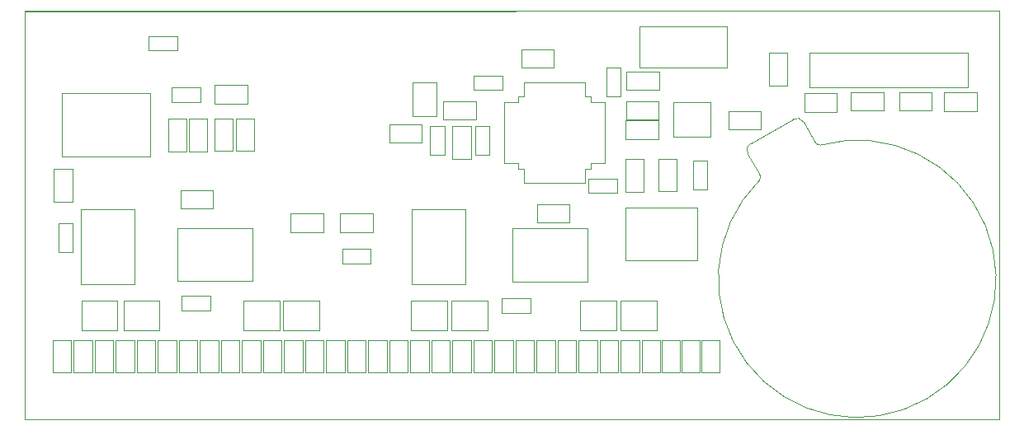
<source format=gbr>
%TF.GenerationSoftware,KiCad,Pcbnew,(5.1.7)-1*%
%TF.CreationDate,2020-10-28T13:08:51+04:00*%
%TF.ProjectId,stm32-home-light,73746d33-322d-4686-9f6d-652d6c696768,rev?*%
%TF.SameCoordinates,Original*%
%TF.FileFunction,Other,User*%
%FSLAX46Y46*%
G04 Gerber Fmt 4.6, Leading zero omitted, Abs format (unit mm)*
G04 Created by KiCad (PCBNEW (5.1.7)-1) date 2020-10-28 13:08:51*
%MOMM*%
%LPD*%
G01*
G04 APERTURE LIST*
%TA.AperFunction,Profile*%
%ADD10C,0.100000*%
%TD*%
%ADD11C,0.050000*%
G04 APERTURE END LIST*
D10*
X229760000Y227500000D02*
X229760000Y185500000D01*
X129760000Y227410000D02*
X229760000Y227500000D01*
X129760000Y185500000D02*
X129760000Y227410000D01*
X229760000Y185500000D02*
X129760000Y185500000D01*
X129760000Y185500000D02*
X129760000Y227500000D01*
X129760000Y227500000D02*
X229760000Y227500000D01*
D11*
%TO.C,J3*%
X192798600Y225882400D02*
X192798600Y221622400D01*
X201798600Y225882400D02*
X192798600Y225882400D01*
X201798600Y221622400D02*
X192798600Y221622400D01*
X201798600Y225882400D02*
X201798600Y221622400D01*
%TO.C,J2*%
X226480600Y219590200D02*
X210230600Y219590200D01*
X226480600Y223140200D02*
X226480600Y219590200D01*
X210230600Y223140200D02*
X226480600Y223140200D01*
X210230600Y219590200D02*
X210230600Y223140200D01*
%TO.C,R28*%
X208002200Y223146400D02*
X208002200Y219786400D01*
X206102200Y223146400D02*
X208002200Y223146400D01*
X206102200Y219786400D02*
X206102200Y223146400D01*
X208002200Y219786400D02*
X206102200Y219786400D01*
%TO.C,BT1*%
X203952116Y212749038D02*
X205177116Y210627276D01*
X210892884Y213927276D02*
X209667884Y216049038D01*
X208575064Y216341858D02*
X204244936Y213841858D01*
X203952116Y212749038D02*
G75*
G02*
X204244936Y213841858I692820J400000D01*
G01*
X211412721Y213684872D02*
G75*
G02*
X210892884Y213927276I-86824J492404D01*
G01*
X222257837Y187577417D02*
G75*
G03*
X211382691Y213678904I-7097837J12358997D01*
G01*
X222314287Y187610008D02*
G75*
G02*
X205147309Y210078904I-7154287J12326406D01*
G01*
X205127125Y210055882D02*
G75*
G03*
X205177116Y210627276I-383022J321394D01*
G01*
X209667884Y216049038D02*
G75*
G03*
X208575064Y216341858I-692820J-400000D01*
G01*
%TO.C,SW1*%
X142591200Y219001400D02*
X142591200Y212501400D01*
X133591200Y219001400D02*
X142591200Y219001400D01*
X133591200Y212501400D02*
X133591200Y219001400D01*
X142591200Y212501400D02*
X133591200Y212501400D01*
%TO.C,R36*%
X191505700Y221222600D02*
X194865700Y221222600D01*
X191505700Y219322600D02*
X191505700Y221222600D01*
X194865700Y219322600D02*
X191505700Y219322600D01*
X194865700Y221222600D02*
X194865700Y219322600D01*
%TO.C,R35*%
X153316000Y216438900D02*
X153316000Y213078900D01*
X151416000Y216438900D02*
X153316000Y216438900D01*
X151416000Y213078900D02*
X151416000Y216438900D01*
X153316000Y213078900D02*
X151416000Y213078900D01*
%TO.C,R32*%
X205302500Y215300000D02*
X201942500Y215300000D01*
X205302500Y217200000D02*
X205302500Y215300000D01*
X201942500Y217200000D02*
X205302500Y217200000D01*
X201942500Y215300000D02*
X201942500Y217200000D01*
%TO.C,R31*%
X185645500Y205708200D02*
X182285500Y205708200D01*
X185645500Y207608200D02*
X185645500Y205708200D01*
X182285500Y207608200D02*
X185645500Y207608200D01*
X182285500Y205708200D02*
X182285500Y207608200D01*
%TO.C,R30*%
X222831100Y217214400D02*
X219471100Y217214400D01*
X222831100Y219114400D02*
X222831100Y217214400D01*
X219471100Y219114400D02*
X222831100Y219114400D01*
X219471100Y217214400D02*
X219471100Y219114400D01*
%TO.C,R29*%
X217850800Y217214400D02*
X214490800Y217214400D01*
X217850800Y219114400D02*
X217850800Y217214400D01*
X214490800Y219114400D02*
X217850800Y219114400D01*
X214490800Y217214400D02*
X214490800Y219114400D01*
%TO.C,R13*%
X149242500Y219850000D02*
X152602500Y219850000D01*
X149242500Y217950000D02*
X149242500Y219850000D01*
X152602500Y217950000D02*
X149242500Y217950000D01*
X152602500Y219850000D02*
X152602500Y217950000D01*
%TO.C,R12*%
X134647000Y211206500D02*
X134647000Y207846500D01*
X132747000Y211206500D02*
X134647000Y211206500D01*
X132747000Y207846500D02*
X132747000Y211206500D01*
X134647000Y207846500D02*
X132747000Y207846500D01*
%TO.C,R8*%
X213075600Y217112800D02*
X209715600Y217112800D01*
X213075600Y219012800D02*
X213075600Y217112800D01*
X209715600Y219012800D02*
X213075600Y219012800D01*
X209715600Y217112800D02*
X209715600Y219012800D01*
%TO.C,R6*%
X227450100Y217189000D02*
X224090100Y217189000D01*
X227450100Y219089000D02*
X227450100Y217189000D01*
X224090100Y219089000D02*
X227450100Y219089000D01*
X224090100Y217189000D02*
X224090100Y219089000D01*
%TO.C,R5*%
X170507100Y213912400D02*
X167147100Y213912400D01*
X170507100Y215812400D02*
X170507100Y213912400D01*
X167147100Y215812400D02*
X170507100Y215812400D01*
X167147100Y213912400D02*
X167147100Y215812400D01*
%TO.C,R4*%
X184041500Y221634000D02*
X180681500Y221634000D01*
X184041500Y223534000D02*
X184041500Y221634000D01*
X180681500Y223534000D02*
X184041500Y223534000D01*
X180681500Y221634000D02*
X180681500Y223534000D01*
%TO.C,R3*%
X173615600Y212269900D02*
X173615600Y215629900D01*
X175515600Y212269900D02*
X173615600Y212269900D01*
X175515600Y215629900D02*
X175515600Y212269900D01*
X173615600Y215629900D02*
X175515600Y215629900D01*
%TO.C,R1*%
X151106200Y216438900D02*
X151106200Y213078900D01*
X149206200Y216438900D02*
X151106200Y216438900D01*
X149206200Y213078900D02*
X149206200Y216438900D01*
X151106200Y213078900D02*
X149206200Y213078900D01*
%TO.C,D3*%
X146381800Y216413100D02*
X146381800Y213053100D01*
X144481800Y216413100D02*
X146381800Y216413100D01*
X144481800Y213053100D02*
X144481800Y216413100D01*
X146381800Y213053100D02*
X144481800Y213053100D01*
%TO.C,D1*%
X148464600Y216413100D02*
X148464600Y213053100D01*
X146564600Y216413100D02*
X148464600Y216413100D01*
X146564600Y213053100D02*
X146564600Y216413100D01*
X148464600Y213053100D02*
X146564600Y213053100D01*
%TO.C,C7*%
X147815000Y218120000D02*
X144855000Y218120000D01*
X147815000Y219580000D02*
X147815000Y218120000D01*
X144855000Y219580000D02*
X147815000Y219580000D01*
X144855000Y218120000D02*
X144855000Y219580000D01*
%TO.C,C6*%
X142430000Y224855000D02*
X145390000Y224855000D01*
X142430000Y223395000D02*
X142430000Y224855000D01*
X145390000Y223395000D02*
X142430000Y223395000D01*
X145390000Y224855000D02*
X145390000Y223395000D01*
%TO.C,C1*%
X171346400Y212658200D02*
X171346400Y215618200D01*
X172806400Y212658200D02*
X171346400Y212658200D01*
X172806400Y215618200D02*
X172806400Y212658200D01*
X171346400Y215618200D02*
X172806400Y215618200D01*
%TO.C,Y1*%
X169555600Y220143000D02*
X171955600Y220143000D01*
X171955600Y216643000D02*
X169555600Y216643000D01*
X171955600Y220143000D02*
X171955600Y216643000D01*
X169555600Y216643000D02*
X169555600Y220143000D01*
%TO.C,R7*%
X176044300Y216300000D02*
X172684300Y216300000D01*
X176044300Y218200000D02*
X176044300Y216300000D01*
X172684300Y218200000D02*
X176044300Y218200000D01*
X172684300Y216300000D02*
X172684300Y218200000D01*
%TO.C,C5*%
X189405800Y218691000D02*
X189405800Y221651000D01*
X190865800Y218691000D02*
X189405800Y218691000D01*
X190865800Y221651000D02*
X190865800Y218691000D01*
X189405800Y221651000D02*
X190865800Y221651000D01*
%TO.C,C4*%
X187614400Y210207600D02*
X190574400Y210207600D01*
X187614400Y208747600D02*
X187614400Y210207600D01*
X190574400Y208747600D02*
X187614400Y208747600D01*
X190574400Y210207600D02*
X190574400Y208747600D01*
%TO.C,C3*%
X175841200Y220824800D02*
X178801200Y220824800D01*
X175841200Y219364800D02*
X175841200Y220824800D01*
X178801200Y219364800D02*
X175841200Y219364800D01*
X178801200Y220824800D02*
X178801200Y219364800D01*
%TO.C,C2*%
X177454600Y215669000D02*
X177454600Y212709000D01*
X175994600Y215669000D02*
X177454600Y215669000D01*
X175994600Y212709000D02*
X175994600Y215669000D01*
X177454600Y212709000D02*
X175994600Y212709000D01*
%TO.C,U4*%
X198774600Y207224600D02*
X191374600Y207224600D01*
X198774600Y201824600D02*
X198774600Y207224600D01*
X191374600Y201824600D02*
X198774600Y201824600D01*
X191374600Y207224600D02*
X191374600Y201824600D01*
%TO.C,R34*%
X194773800Y208917100D02*
X194773800Y212277100D01*
X196673800Y208917100D02*
X194773800Y208917100D01*
X196673800Y212277100D02*
X196673800Y208917100D01*
X194773800Y212277100D02*
X196673800Y212277100D01*
%TO.C,R33*%
X191370200Y208891700D02*
X191370200Y212251700D01*
X193270200Y208891700D02*
X191370200Y208891700D01*
X193270200Y212251700D02*
X193270200Y208891700D01*
X191370200Y212251700D02*
X193270200Y212251700D01*
%TO.C,C12*%
X198321200Y209115200D02*
X198321200Y212075200D01*
X199781200Y209115200D02*
X198321200Y209115200D01*
X199781200Y212075200D02*
X199781200Y209115200D01*
X198321200Y212075200D02*
X199781200Y212075200D01*
%TO.C,U5*%
X200070000Y214525400D02*
X200070000Y218125400D01*
X200070000Y218125400D02*
X196270000Y218125400D01*
X196270000Y218125400D02*
X196270000Y214525400D01*
X196270000Y214525400D02*
X200070000Y214525400D01*
%TO.C,R38*%
X194785700Y214293400D02*
X191425700Y214293400D01*
X194785700Y216193400D02*
X194785700Y214293400D01*
X191425700Y216193400D02*
X194785700Y216193400D01*
X191425700Y214293400D02*
X191425700Y216193400D01*
%TO.C,R37*%
X194789500Y216300000D02*
X191429500Y216300000D01*
X194789500Y218200000D02*
X194789500Y216300000D01*
X191429500Y218200000D02*
X194789500Y218200000D01*
X191429500Y216300000D02*
X191429500Y218200000D01*
%TO.C,RN1*%
X139249000Y197707000D02*
X139249000Y194607000D01*
X139249000Y197707000D02*
X135549000Y197707000D01*
X135549000Y194607000D02*
X139249000Y194607000D01*
X135549000Y194607000D02*
X135549000Y197707000D01*
%TO.C,RN2*%
X143567000Y197707000D02*
X143567000Y194607000D01*
X143567000Y197707000D02*
X139867000Y197707000D01*
X139867000Y194607000D02*
X143567000Y194607000D01*
X139867000Y194607000D02*
X139867000Y197707000D01*
%TO.C,RN3*%
X155867000Y197707000D02*
X155867000Y194607000D01*
X155867000Y197707000D02*
X152167000Y197707000D01*
X152167000Y194607000D02*
X155867000Y194607000D01*
X152167000Y194607000D02*
X152167000Y197707000D01*
%TO.C,RN4*%
X159988000Y197707000D02*
X159988000Y194607000D01*
X159988000Y197707000D02*
X156288000Y197707000D01*
X156288000Y194607000D02*
X159988000Y194607000D01*
X156288000Y194607000D02*
X156288000Y197707000D01*
%TO.C,RN5*%
X173069000Y197707000D02*
X173069000Y194607000D01*
X173069000Y197707000D02*
X169369000Y197707000D01*
X169369000Y194607000D02*
X173069000Y194607000D01*
X169369000Y194607000D02*
X169369000Y197707000D01*
%TO.C,RN6*%
X177260000Y197707000D02*
X177260000Y194607000D01*
X177260000Y197707000D02*
X173560000Y197707000D01*
X173560000Y194607000D02*
X177260000Y194607000D01*
X173560000Y194607000D02*
X173560000Y197707000D01*
%TO.C,RN7*%
X190411000Y197718000D02*
X190411000Y194618000D01*
X190411000Y197718000D02*
X186711000Y197718000D01*
X186711000Y194618000D02*
X190411000Y194618000D01*
X186711000Y194618000D02*
X186711000Y197718000D01*
%TO.C,RN8*%
X194602000Y197718000D02*
X194602000Y194618000D01*
X194602000Y197718000D02*
X190902000Y197718000D01*
X190902000Y194618000D02*
X194602000Y194618000D01*
X190902000Y194618000D02*
X190902000Y197718000D01*
%TO.C,R11*%
X160396000Y204743000D02*
X157036000Y204743000D01*
X160396000Y206643000D02*
X160396000Y204743000D01*
X157036000Y206643000D02*
X160396000Y206643000D01*
X157036000Y204743000D02*
X157036000Y206643000D01*
%TO.C,R10*%
X165476000Y204743000D02*
X162116000Y204743000D01*
X165476000Y206643000D02*
X165476000Y204743000D01*
X162116000Y206643000D02*
X165476000Y206643000D01*
X162116000Y204743000D02*
X162116000Y206643000D01*
%TO.C,R9*%
X145709500Y209056000D02*
X149069500Y209056000D01*
X145709500Y207156000D02*
X145709500Y209056000D01*
X149069500Y207156000D02*
X145709500Y207156000D01*
X149069500Y209056000D02*
X149069500Y207156000D01*
%TO.C,C11*%
X181646000Y196454000D02*
X178686000Y196454000D01*
X181646000Y197914000D02*
X181646000Y196454000D01*
X178686000Y197914000D02*
X181646000Y197914000D01*
X178686000Y196454000D02*
X178686000Y197914000D01*
%TO.C,C10*%
X165263000Y201534000D02*
X162303000Y201534000D01*
X165263000Y202994000D02*
X165263000Y201534000D01*
X162303000Y202994000D02*
X165263000Y202994000D01*
X162303000Y201534000D02*
X162303000Y202994000D01*
%TO.C,C9*%
X148766000Y196708000D02*
X145806000Y196708000D01*
X148766000Y198168000D02*
X148766000Y196708000D01*
X145806000Y198168000D02*
X148766000Y198168000D01*
X145806000Y196708000D02*
X145806000Y198168000D01*
%TO.C,C8*%
X134681000Y205662000D02*
X134681000Y202702000D01*
X133221000Y205662000D02*
X134681000Y205662000D01*
X133221000Y202702000D02*
X133221000Y205662000D01*
X134681000Y202702000D02*
X133221000Y202702000D01*
%TO.C,U7*%
X179826500Y199667000D02*
X187526500Y199667000D01*
X179826500Y205167000D02*
X179826500Y199667000D01*
X187526500Y205167000D02*
X179826500Y205167000D01*
X187526500Y199667000D02*
X187526500Y205167000D01*
%TO.C,U6*%
X169454000Y207061500D02*
X169454000Y199361500D01*
X174954000Y207061500D02*
X169454000Y207061500D01*
X174954000Y199361500D02*
X174954000Y207061500D01*
X169454000Y199361500D02*
X174954000Y199361500D01*
%TO.C,U3*%
X145409500Y199682000D02*
X153109500Y199682000D01*
X145409500Y205182000D02*
X145409500Y199682000D01*
X153109500Y205182000D02*
X145409500Y205182000D01*
X153109500Y199682000D02*
X153109500Y205182000D01*
%TO.C,U2*%
X135519000Y207071500D02*
X135519000Y199371500D01*
X141019000Y207071500D02*
X135519000Y207071500D01*
X141019000Y199371500D02*
X141019000Y207071500D01*
X135519000Y199371500D02*
X141019000Y199371500D01*
%TO.C,U1*%
X189266000Y211814000D02*
X189266000Y214964000D01*
X187866000Y211814000D02*
X189266000Y211814000D01*
X187866000Y211214000D02*
X187866000Y211814000D01*
X187266000Y211214000D02*
X187866000Y211214000D01*
X187266000Y209814000D02*
X187266000Y211214000D01*
X184116000Y209814000D02*
X187266000Y209814000D01*
X178966000Y211814000D02*
X178966000Y214964000D01*
X180366000Y211814000D02*
X178966000Y211814000D01*
X180366000Y211214000D02*
X180366000Y211814000D01*
X180966000Y211214000D02*
X180366000Y211214000D01*
X180966000Y209814000D02*
X180966000Y211214000D01*
X184116000Y209814000D02*
X180966000Y209814000D01*
X189266000Y218114000D02*
X189266000Y214964000D01*
X187866000Y218114000D02*
X189266000Y218114000D01*
X187866000Y218714000D02*
X187866000Y218114000D01*
X187266000Y218714000D02*
X187866000Y218714000D01*
X187266000Y220114000D02*
X187266000Y218714000D01*
X184116000Y220114000D02*
X187266000Y220114000D01*
X178966000Y218114000D02*
X178966000Y214964000D01*
X180366000Y218114000D02*
X178966000Y218114000D01*
X180366000Y218714000D02*
X180366000Y218114000D01*
X180966000Y218714000D02*
X180366000Y218714000D01*
X180966000Y220114000D02*
X180966000Y218714000D01*
X184116000Y220114000D02*
X180966000Y220114000D01*
%TO.C,LD1*%
X134520000Y190297000D02*
X132620000Y190297000D01*
X132620000Y190297000D02*
X132620000Y193657000D01*
X132620000Y193657000D02*
X134520000Y193657000D01*
X134520000Y193657000D02*
X134520000Y190297000D01*
%TO.C,LD2*%
X136679000Y193666000D02*
X136679000Y190306000D01*
X134779000Y193666000D02*
X136679000Y193666000D01*
X134779000Y190306000D02*
X134779000Y193666000D01*
X136679000Y190306000D02*
X134779000Y190306000D01*
%TO.C,LD3*%
X138838000Y190306000D02*
X136938000Y190306000D01*
X136938000Y190306000D02*
X136938000Y193666000D01*
X136938000Y193666000D02*
X138838000Y193666000D01*
X138838000Y193666000D02*
X138838000Y190306000D01*
%TO.C,LD4*%
X140997000Y193666000D02*
X140997000Y190306000D01*
X139097000Y193666000D02*
X140997000Y193666000D01*
X139097000Y190306000D02*
X139097000Y193666000D01*
X140997000Y190306000D02*
X139097000Y190306000D01*
%TO.C,LD5*%
X143156000Y193666000D02*
X143156000Y190306000D01*
X141256000Y193666000D02*
X143156000Y193666000D01*
X141256000Y190306000D02*
X141256000Y193666000D01*
X143156000Y190306000D02*
X141256000Y190306000D01*
%TO.C,LD6*%
X145315000Y190306000D02*
X143415000Y190306000D01*
X143415000Y190306000D02*
X143415000Y193666000D01*
X143415000Y193666000D02*
X145315000Y193666000D01*
X145315000Y193666000D02*
X145315000Y190306000D01*
%TO.C,LD7*%
X147474000Y193666000D02*
X147474000Y190306000D01*
X145574000Y193666000D02*
X147474000Y193666000D01*
X145574000Y190306000D02*
X145574000Y193666000D01*
X147474000Y190306000D02*
X145574000Y190306000D01*
%TO.C,LD8*%
X149633000Y190306000D02*
X147733000Y190306000D01*
X147733000Y190306000D02*
X147733000Y193666000D01*
X147733000Y193666000D02*
X149633000Y193666000D01*
X149633000Y193666000D02*
X149633000Y190306000D01*
%TO.C,LD9*%
X151792000Y193666000D02*
X151792000Y190306000D01*
X149892000Y193666000D02*
X151792000Y193666000D01*
X149892000Y190306000D02*
X149892000Y193666000D01*
X151792000Y190306000D02*
X149892000Y190306000D01*
%TO.C,LD10*%
X153951000Y190297000D02*
X152051000Y190297000D01*
X152051000Y190297000D02*
X152051000Y193657000D01*
X152051000Y193657000D02*
X153951000Y193657000D01*
X153951000Y193657000D02*
X153951000Y190297000D01*
%TO.C,LD11*%
X156110000Y193666000D02*
X156110000Y190306000D01*
X154210000Y193666000D02*
X156110000Y193666000D01*
X154210000Y190306000D02*
X154210000Y193666000D01*
X156110000Y190306000D02*
X154210000Y190306000D01*
%TO.C,LD12*%
X158269000Y190306000D02*
X156369000Y190306000D01*
X156369000Y190306000D02*
X156369000Y193666000D01*
X156369000Y193666000D02*
X158269000Y193666000D01*
X158269000Y193666000D02*
X158269000Y190306000D01*
%TO.C,LD13*%
X160428000Y193666000D02*
X160428000Y190306000D01*
X158528000Y193666000D02*
X160428000Y193666000D01*
X158528000Y190306000D02*
X158528000Y193666000D01*
X160428000Y190306000D02*
X158528000Y190306000D01*
%TO.C,LD14*%
X162587000Y190306000D02*
X160687000Y190306000D01*
X160687000Y190306000D02*
X160687000Y193666000D01*
X160687000Y193666000D02*
X162587000Y193666000D01*
X162587000Y193666000D02*
X162587000Y190306000D01*
%TO.C,LD15*%
X164746000Y193657000D02*
X164746000Y190297000D01*
X162846000Y193657000D02*
X164746000Y193657000D01*
X162846000Y190297000D02*
X162846000Y193657000D01*
X164746000Y190297000D02*
X162846000Y190297000D01*
%TO.C,LD16*%
X166905000Y190306000D02*
X165005000Y190306000D01*
X165005000Y190306000D02*
X165005000Y193666000D01*
X165005000Y193666000D02*
X166905000Y193666000D01*
X166905000Y193666000D02*
X166905000Y190306000D01*
%TO.C,LD17*%
X169064000Y193648000D02*
X169064000Y190288000D01*
X167164000Y193648000D02*
X169064000Y193648000D01*
X167164000Y190288000D02*
X167164000Y193648000D01*
X169064000Y190288000D02*
X167164000Y190288000D01*
%TO.C,LD18*%
X171223000Y190288000D02*
X169323000Y190288000D01*
X169323000Y190288000D02*
X169323000Y193648000D01*
X169323000Y193648000D02*
X171223000Y193648000D01*
X171223000Y193648000D02*
X171223000Y190288000D01*
%TO.C,LD19*%
X173382000Y193648000D02*
X173382000Y190288000D01*
X171482000Y193648000D02*
X173382000Y193648000D01*
X171482000Y190288000D02*
X171482000Y193648000D01*
X173382000Y190288000D02*
X171482000Y190288000D01*
%TO.C,LD20*%
X175541000Y190297000D02*
X173641000Y190297000D01*
X173641000Y190297000D02*
X173641000Y193657000D01*
X173641000Y193657000D02*
X175541000Y193657000D01*
X175541000Y193657000D02*
X175541000Y190297000D01*
%TO.C,LD21*%
X177700000Y193666000D02*
X177700000Y190306000D01*
X175800000Y193666000D02*
X177700000Y193666000D01*
X175800000Y190306000D02*
X175800000Y193666000D01*
X177700000Y190306000D02*
X175800000Y190306000D01*
%TO.C,LD22*%
X179859000Y190288000D02*
X177959000Y190288000D01*
X177959000Y190288000D02*
X177959000Y193648000D01*
X177959000Y193648000D02*
X179859000Y193648000D01*
X179859000Y193648000D02*
X179859000Y190288000D01*
%TO.C,LD23*%
X182018000Y193648000D02*
X182018000Y190288000D01*
X180118000Y193648000D02*
X182018000Y193648000D01*
X180118000Y190288000D02*
X180118000Y193648000D01*
X182018000Y190288000D02*
X180118000Y190288000D01*
%TO.C,LD24*%
X184177000Y190306000D02*
X182277000Y190306000D01*
X182277000Y190306000D02*
X182277000Y193666000D01*
X182277000Y193666000D02*
X184177000Y193666000D01*
X184177000Y193666000D02*
X184177000Y190306000D01*
%TO.C,LD25*%
X186336000Y193648000D02*
X186336000Y190288000D01*
X184436000Y193648000D02*
X186336000Y193648000D01*
X184436000Y190288000D02*
X184436000Y193648000D01*
X186336000Y190288000D02*
X184436000Y190288000D01*
%TO.C,LD26*%
X188495000Y190288000D02*
X186595000Y190288000D01*
X186595000Y190288000D02*
X186595000Y193648000D01*
X186595000Y193648000D02*
X188495000Y193648000D01*
X188495000Y193648000D02*
X188495000Y190288000D01*
%TO.C,LD27*%
X190654000Y193657000D02*
X190654000Y190297000D01*
X188754000Y193657000D02*
X190654000Y193657000D01*
X188754000Y190297000D02*
X188754000Y193657000D01*
X190654000Y190297000D02*
X188754000Y190297000D01*
%TO.C,LD28*%
X192813000Y190297000D02*
X190913000Y190297000D01*
X190913000Y190297000D02*
X190913000Y193657000D01*
X190913000Y193657000D02*
X192813000Y193657000D01*
X192813000Y193657000D02*
X192813000Y190297000D01*
%TO.C,LD29*%
X194972000Y193666000D02*
X194972000Y190306000D01*
X193072000Y193666000D02*
X194972000Y193666000D01*
X193072000Y190306000D02*
X193072000Y193666000D01*
X194972000Y190306000D02*
X193072000Y190306000D01*
%TO.C,LD30*%
X197004000Y190288000D02*
X195104000Y190288000D01*
X195104000Y190288000D02*
X195104000Y193648000D01*
X195104000Y193648000D02*
X197004000Y193648000D01*
X197004000Y193648000D02*
X197004000Y190288000D01*
%TO.C,LD31*%
X199036000Y193648000D02*
X199036000Y190288000D01*
X197136000Y193648000D02*
X199036000Y193648000D01*
X197136000Y190288000D02*
X197136000Y193648000D01*
X199036000Y190288000D02*
X197136000Y190288000D01*
%TO.C,LD32*%
X201068000Y190306000D02*
X199168000Y190306000D01*
X199168000Y190306000D02*
X199168000Y193666000D01*
X199168000Y193666000D02*
X201068000Y193666000D01*
X201068000Y193666000D02*
X201068000Y190306000D01*
%TD*%
M02*

</source>
